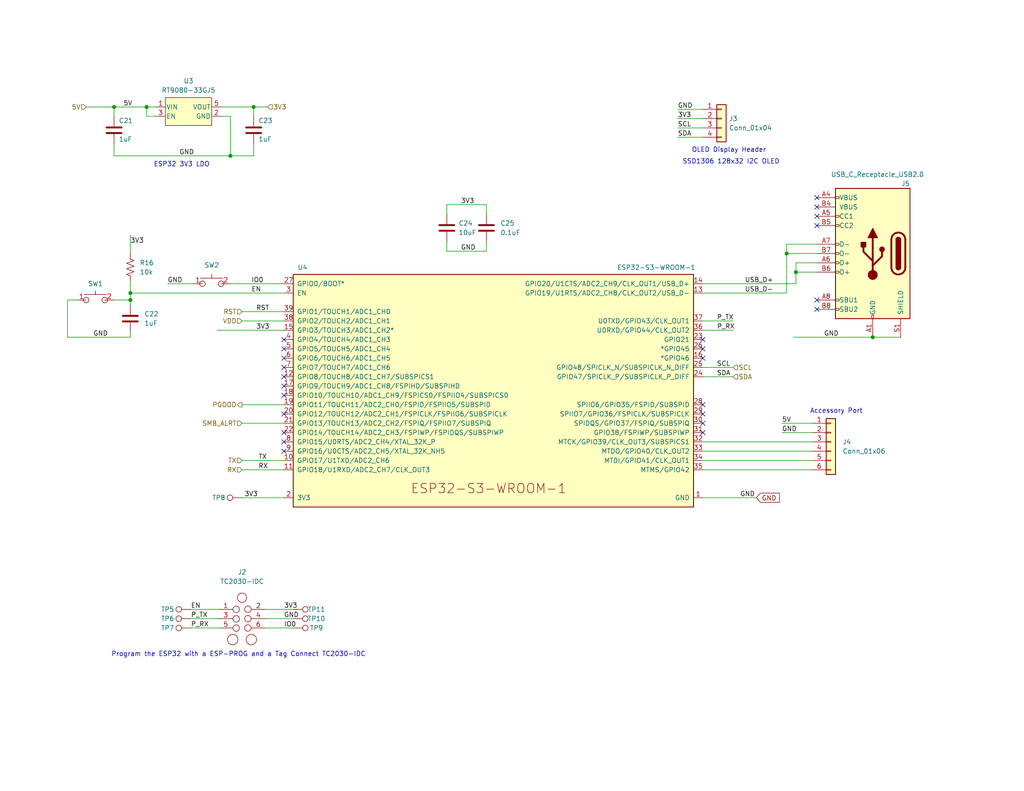
<source format=kicad_sch>
(kicad_sch (version 20250114) (generator "eeschema") (generator_version "9.0")
  (paper "A")
  (title_block (title "bitaxeGamma") (date "2024-09-26") (rev "601"))
  (lib_symbols
    (symbol "Connector:TestPoint" (pin_numbers (hide yes)) (pin_names (offset 0.762) (hide yes))
      (property "Reference" "TP" (at 0 6.858 0))
      (property "Value" "TestPoint" (at 0 5.08 0))
      (symbol "TestPoint_0_1"
        (circle (center 0 3.302) (radius 0.762))
      )
      (symbol "TestPoint_1_1"
        (pin passive line (at 0 0 90) (length 2.54) (name "1") (number "1"))
      )
    )
    (symbol "Connector_Generic:Conn_01x04" (pin_names (offset 1.016) (hide yes))
      (property "Reference" "J" (at 0 5.08 0))
      (property "Value" "Conn_01x04" (at 0 -7.62 0))
      (symbol "Conn_01x04_1_1"
        (rectangle (start -1.27 3.81) (end 1.27 -6.35) (stroke (width 0.254)) (fill (type background)))
        (rectangle (start -1.27 2.667) (end 0 2.413) (stroke (width 0.1524)))
        (rectangle (start -1.27 0.127) (end 0 -0.127) (stroke (width 0.1524)))
        (rectangle (start -1.27 -2.413) (end 0 -2.667) (stroke (width 0.1524)))
        (rectangle (start -1.27 -4.953) (end 0 -5.207) (stroke (width 0.1524)))
        (pin passive line (at -5.08 2.54 0) (length 3.81) (name "Pin_1") (number "1"))
        (pin passive line (at -5.08 0 0) (length 3.81) (name "Pin_2") (number "2"))
        (pin passive line (at -5.08 -2.54 0) (length 3.81) (name "Pin_3") (number "3"))
        (pin passive line (at -5.08 -5.08 0) (length 3.81) (name "Pin_4") (number "4"))
      )
    )
    (symbol "Connector_Generic:Conn_01x06" (pin_names (offset 1.016) (hide yes))
      (property "Reference" "J" (at 0 7.62 0))
      (property "Value" "Conn_01x06" (at 0 -10.16 0))
      (symbol "Conn_01x06_1_1"
        (rectangle (start -1.27 6.35) (end 1.27 -8.89) (stroke (width 0.254)) (fill (type background)))
        (rectangle (start -1.27 5.207) (end 0 4.953) (stroke (width 0.1524)))
        (rectangle (start -1.27 2.667) (end 0 2.413) (stroke (width 0.1524)))
        (rectangle (start -1.27 0.127) (end 0 -0.127) (stroke (width 0.1524)))
        (rectangle (start -1.27 -2.413) (end 0 -2.667) (stroke (width 0.1524)))
        (rectangle (start -1.27 -4.953) (end 0 -5.207) (stroke (width 0.1524)))
        (rectangle (start -1.27 -7.493) (end 0 -7.747) (stroke (width 0.1524)))
        (pin passive line (at -5.08 5.08 0) (length 3.81) (name "Pin_1") (number "1"))
        (pin passive line (at -5.08 2.54 0) (length 3.81) (name "Pin_2") (number "2"))
        (pin passive line (at -5.08 0 0) (length 3.81) (name "Pin_3") (number "3"))
        (pin passive line (at -5.08 -2.54 0) (length 3.81) (name "Pin_4") (number "4"))
        (pin passive line (at -5.08 -5.08 0) (length 3.81) (name "Pin_5") (number "5"))
        (pin passive line (at -5.08 -7.62 0) (length 3.81) (name "Pin_6") (number "6"))
      )
    )
    (symbol "Device:C" (pin_numbers (hide yes)) (pin_names (offset 0.254))
      (property "Reference" "C" (at 0.635 2.54 0))
      (property "Value" "C" (at 0.635 -2.54 0))
      (symbol "C_0_1"
        (polyline (pts (xy -2.032 0.762) (xy 2.032 0.762)) (stroke (width 0.508)))
        (polyline (pts (xy -2.032 -0.762) (xy 2.032 -0.762)) (stroke (width 0.508)))
      )
      (symbol "C_1_1"
        (pin passive line (at 0 3.81 270) (length 2.794) (name "~") (number "1"))
        (pin passive line (at 0 -3.81 90) (length 2.794) (name "~") (number "2"))
      )
    )
    (symbol "Device:R_US" (pin_numbers (hide yes)) (pin_names (offset 0))
      (property "Reference" "R" (at 2.54 0 90))
      (property "Value" "R_US" (at -2.54 0 90))
      (symbol "R_US_0_1"
        (polyline (pts (xy 0 2.286) (xy 0 2.54)))
        (polyline (pts (xy 0 2.286) (xy 1.016 1.905) (xy 0 1.524) (xy -1.016 1.143) (xy 0 0.762)))
        (polyline (pts (xy 0 0.762) (xy 1.016 0.381) (xy 0 0) (xy -1.016 -0.381) (xy 0 -0.762)))
        (polyline (pts (xy 0 -0.762) (xy 1.016 -1.143) (xy 0 -1.524) (xy -1.016 -1.905) (xy 0 -2.286)))
        (polyline (pts (xy 0 -2.286) (xy 0 -2.54)))
      )
      (symbol "R_US_1_1"
        (pin passive line (at 0 3.81 270) (length 1.27) (name "~") (number "1"))
        (pin passive line (at 0 -3.81 90) (length 1.27) (name "~") (number "2"))
      )
    )
    (symbol "bitaxe:ESP32-S3-WROOM-1" (pin_names (offset 1.016))
      (property "Reference" "U12" (at -50.8 34.925 0))
      (property "Value" "ESP32-S3-WROOM-1" (at 45.72 34.925 0))
      (symbol "ESP32-S3-WROOM-1_0_0"
        (rectangle (start -53.34 33.02) (end 55.88 -30.48) (stroke (width 0.254)) (fill (type background)))
        (text "ESP32-S3-WROOM-1" (at 0 -25.4 0) (effects (font (size 2.54 2.54))))
        (pin bidirectional line (at -55.88 30.48 0) (length 2.54) (name "GPIO0/BOOT*") (number "27"))
        (pin input line (at -55.88 27.94 0) (length 2.54) (name "EN") (number "3"))
        (pin bidirectional line (at -55.88 22.86 0) (length 2.54) (name "GPIO1/TOUCH1/ADC1_CH0") (number "39"))
        (pin bidirectional line (at -55.88 20.32 0) (length 2.54) (name "GPIO2/TOUCH2/ADC1_CH1") (number "38"))
        (pin bidirectional line (at -55.88 17.78 0) (length 2.54) (name "GPIO3/TOUCH3/ADC1_CH2*") (number "15"))
        (pin bidirectional line (at -55.88 15.24 0) (length 2.54) (name "GPIO4/TOUCH4/ADC1_CH3") (number "4"))
        (pin bidirectional line (at -55.88 12.7 0) (length 2.54) (name "GPIO5/TOUCH5/ADC1_CH4") (number "5"))
        (pin bidirectional line (at -55.88 10.16 0) (length 2.54) (name "GPIO6/TOUCH6/ADC1_CH5") (number "6"))
        (pin bidirectional line (at -55.88 7.62 0) (length 2.54) (name "GPIO7/TOUCH7/ADC1_CH6") (number "7"))
        (pin bidirectional line (at -55.88 5.08 0) (length 2.54) (name "GPIO8/TOUCH8/ADC1_CH7/SUBSPICS1") (number "12"))
        (pin bidirectional line (at -55.88 2.54 0) (length 2.54) (name "GPIO9/TOUCH9/ADC1_CH8/FSPIHD/SUBSPIHD") (number "17"))
        (pin bidirectional line (at -55.88 0 0) (length 2.54) (name "GPIO10/TOUCH10/ADC1_CH9/FSPICS0/FSPIIO4/SUBSPICS0") (number "18"))
        (pin bidirectional line (at -55.88 -2.54 0) (length 2.54) (name "GPIO11/TOUCH11/ADC2_CH0/FSPID/FSPIIO5/SUBSPID") (number "19"))
        (pin bidirectional line (at -55.88 -5.08 0) (length 2.54) (name "GPIO12/TOUCH12/ADC2_CH1/FSPICLK/FSPIIO6/SUBSPICLK") (number "20"))
        (pin bidirectional line (at -55.88 -7.62 0) (length 2.54) (name "GPIO13/TOUCH13/ADC2_CH2/FSPIQ/FSPIIO7/SUBSPIQ") (number "21"))
        (pin bidirectional line (at -55.88 -10.16 0) (length 2.54) (name "GPIO14/TOUCH14/ADC2_CH3/FSPIWP/FSPIDQS/SUBSPIWP") (number "22"))
        (pin bidirectional line (at -55.88 -12.7 0) (length 2.54) (name "GPIO15/U0RTS/ADC2_CH4/XTAL_32K_P") (number "8"))
        (pin bidirectional line (at -55.88 -15.24 0) (length 2.54) (name "GPIO16/U0CTS/ADC2_CH5/XTAL_32K_NH5") (number "9"))
        (pin bidirectional line (at -55.88 -17.78 0) (length 2.54) (name "GPIO17/U1TXD/ADC2_CH6") (number "10"))
        (pin bidirectional line (at -55.88 -20.32 0) (length 2.54) (name "GPIO18/U1RXD/ADC2_CH7/CLK_OUT3") (number "11"))
        (pin power_in line (at -55.88 -27.94 0) (length 2.54) (name "3V3") (number "2"))
        (pin bidirectional line (at 58.42 30.48 180) (length 2.54) (name "GPIO20/U1CTS/ADC2_CH9/CLK_OUT1/USB_D+") (number "14"))
        (pin bidirectional line (at 58.42 27.94 180) (length 2.54) (name "GPIO19/U1RTS/ADC2_CH8/CLK_OUT2/USB_D-") (number "13"))
        (pin bidirectional line (at 58.42 20.32 180) (length 2.54) (name "U0TXD/GPIO43/CLK_OUT1") (number "37"))
        (pin bidirectional line (at 58.42 17.78 180) (length 2.54) (name "U0RXD/GPIO44/CLK_OUT2") (number "36"))
        (pin bidirectional line (at 58.42 15.24 180) (length 2.54) (name "GPIO21") (number "23"))
        (pin bidirectional line (at 58.42 12.7 180) (length 2.54) (name "*GPIO45") (number "26"))
        (pin bidirectional line (at 58.42 10.16 180) (length 2.54) (name "*GPIO46") (number "16"))
        (pin bidirectional line (at 58.42 7.62 180) (length 2.54) (name "GPIO48/SPICLK_N/SUBSPICLK_N_DIFF") (number "25"))
        (pin bidirectional line (at 58.42 5.08 180) (length 2.54) (name "GPIO47/SPICLK_P/SUBSPICLK_P_DIFF") (number "24"))
        (pin bidirectional line (at 58.42 -2.54 180) (length 2.54) (name "SPIIO6/GPIO35/FSPID/SUBSPID") (number "28"))
        (pin bidirectional line (at 58.42 -5.08 180) (length 2.54) (name "SPIIO7/GPIO36/FSPICLK/SUBSPICLK") (number "29"))
        (pin bidirectional line (at 58.42 -7.62 180) (length 2.54) (name "SPIDQS/GPIO37/FSPIQ/SUBSPIQ") (number "30"))
        (pin bidirectional line (at 58.42 -10.16 180) (length 2.54) (name "GPIO38/FSPIWP/SUBSPIWP") (number "31"))
        (pin bidirectional line (at 58.42 -12.7 180) (length 2.54) (name "MTCK/GPIO39/CLK_OUT3/SUBSPICS1") (number "32"))
        (pin bidirectional line (at 58.42 -15.24 180) (length 2.54) (name "MTDO/GPIO40/CLK_OUT2") (number "33"))
        (pin bidirectional line (at 58.42 -17.78 180) (length 2.54) (name "MTDI/GPIO41/CLK_OUT1") (number "34"))
        (pin bidirectional line (at 58.42 -20.32 180) (length 2.54) (name "MTMS/GPIO42") (number "35"))
        (pin power_in line (at 58.42 -27.94 180) (length 2.54) (name "GND") (number "1"))
        (pin passive line (at 58.42 -27.94 180) (length 2.54) (hide yes) (name "GND") (number "40"))
        (pin passive line (at 58.42 -27.94 180) (length 2.54) (hide yes) (name "GND") (number "41"))
      )
    )
    (symbol "bitaxe:GT-TC029B-H025-L1N"
      (property "Reference" "SW2" (at 0 3.81 0))
      (symbol "GT-TC029B-H025-L1N_0_1"
        (polyline (pts (xy -3.05 1.52) (xy 3.05 1.52)))
        (circle (center -2.54 0) (radius 0.76))
        (polyline (pts (xy 0 1.52) (xy 0 2.54)))
        (circle (center 2.54 0) (radius 0.76))
        (pin unspecified line (at -5.08 0 0) (length 2.54) (name "~") (number "1"))
        (pin unspecified line (at 5.08 0 180) (length 2.54) (name "~") (number "2"))
      )
    )
    (symbol "bitaxe:RT9080-33GJ5" (pin_names (offset 0.254))
      (property "Reference" "U" (at -6.35 5.08 0))
      (property "Value" "RT9080-33GJ5" (at 0 -5.08 0))
      (symbol "RT9080-33GJ5_1_1"
        (rectangle (start -6.35 3.81) (end 6.35 -3.81) (stroke (width 0.1524)) (fill (type background)))
        (pin power_in line (at -8.89 1.27 0) (length 2.54) (name "VIN") (number "1"))
        (pin input line (at -8.89 -1.27 0) (length 2.54) (name "EN") (number "3"))
        (pin no_connect line (at 0 6.35 270) (length 2.54) (hide yes) (name "NC") (number "4"))
        (pin output line (at 8.89 1.27 180) (length 2.54) (name "VOUT") (number "5"))
        (pin power_in line (at 8.89 -1.27 180) (length 2.54) (name "GND") (number "2"))
      )
    )
    (symbol "bitaxe:TC2030-IDC-NL" (pin_names (offset 1.016) (hide yes))
      (property "Reference" "J5" (at 0 12.7 0))
      (property "Value" "TC2030-IDC" (at 0 10.16 0))
      (symbol "TC2030-IDC-NL_0_1"
        (circle (center -2.54 -5.715) (radius 1.4224))
        (circle (center -1.6002 2.54) (radius 0.889))
        (circle (center 0 5.715) (radius 1.27))
      )
      (symbol "TC2030-IDC-NL_1_1"
        (circle (center -1.6002 -0.0508) (radius 0.889))
        (circle (center -1.6002 -2.5908) (radius 0.889))
        (circle (center 1.6002 2.5908) (radius 0.889))
        (circle (center 1.6002 0) (radius 0.889))
        (circle (center 1.6002 -2.54) (radius 0.889))
        (circle (center 2.54 -5.715) (radius 1.4224))
        (pin passive line (at -6.35 2.54 0) (length 3.81) (name "Pin_1") (number "1"))
        (pin passive line (at -6.35 0 0) (length 3.81) (name "Pin_3") (number "3"))
        (pin passive line (at -6.35 -2.54 0) (length 3.81) (name "Pin_5") (number "5"))
        (pin passive line (at 6.35 2.54 180) (length 3.81) (name "Pin_2") (number "2"))
        (pin passive line (at 6.35 0 180) (length 3.81) (name "Pin_4") (number "4"))
        (pin passive line (at 6.35 -2.54 180) (length 3.81) (name "Pin_6") (number "6"))
      )
    )
    (symbol "bitaxe:USB_C_Receptacle_USB2.0" (pin_names (offset 1.016))
      (property "Reference" "J" (at -10.16 19.05 0))
      (property "Value" "USB_C_Receptacle_USB2.0" (at 19.05 19.05 0))
      (symbol "USB_C_Receptacle_USB2.0_0_0"
        (rectangle (start -0.254 -17.78) (end 0.254 -16.764))
        (rectangle (start 10.16 15.494) (end 9.144 14.986))
        (rectangle (start 10.16 10.414) (end 9.144 9.906))
        (rectangle (start 10.16 7.874) (end 9.144 7.366))
        (rectangle (start 10.16 2.794) (end 9.144 2.286))
        (rectangle (start 10.16 0.254) (end 9.144 -0.254))
        (rectangle (start 10.16 -2.286) (end 9.144 -2.794))
        (rectangle (start 10.16 -4.826) (end 9.144 -5.334))
        (rectangle (start 10.16 -12.446) (end 9.144 -12.954))
        (rectangle (start 10.16 -14.986) (end 9.144 -15.494))
      )
      (symbol "USB_C_Receptacle_USB2.0_0_1"
        (rectangle (start -10.16 17.78) (end 10.16 -17.78) (stroke (width 0.254)) (fill (type background)))
        (polyline (pts (xy -8.89 -3.81) (xy -8.89 3.81)) (stroke (width 0.508)))
        (rectangle (start -7.62 -3.81) (end -6.35 3.81) (stroke (width 0.254)) (fill (type outline)))
        (arc (start -7.62 3.81) (mid -6.985 4.4423) (end -6.35 3.81) (stroke (width 0.254)))
        (arc (start -7.62 3.81) (mid -6.985 4.4423) (end -6.35 3.81) (stroke (width 0.254)) (fill (type outline)))
        (arc (start -8.89 3.81) (mid -6.985 5.7067) (end -5.08 3.81) (stroke (width 0.508)))
        (arc (start -5.08 -3.81) (mid -6.985 -5.7067) (end -8.89 -3.81) (stroke (width 0.508)))
        (arc (start -6.35 -3.81) (mid -6.985 -4.4423) (end -7.62 -3.81) (stroke (width 0.254)))
        (arc (start -6.35 -3.81) (mid -6.985 -4.4423) (end -7.62 -3.81) (stroke (width 0.254)) (fill (type outline)))
        (polyline (pts (xy -5.08 3.81) (xy -5.08 -3.81)) (stroke (width 0.508)))
        (circle (center -2.54 1.143) (radius 0.635) (stroke (width 0.254)) (fill (type outline)))
        (polyline (pts (xy -1.27 4.318) (xy 0 6.858) (xy 1.27 4.318) (xy -1.27 4.318)) (stroke (width 0.254)) (fill (type outline)))
        (polyline (pts (xy 0 -2.032) (xy 2.54 0.508) (xy 2.54 1.778)) (stroke (width 0.508)))
        (polyline (pts (xy 0 -3.302) (xy -2.54 -0.762) (xy -2.54 0.508)) (stroke (width 0.508)))
        (polyline (pts (xy 0 -5.842) (xy 0 4.318)) (stroke (width 0.508)))
        (circle (center 0 -5.842) (radius 1.27) (fill (type outline)))
        (rectangle (start 1.905 1.778) (end 3.175 3.048) (stroke (width 0.254)) (fill (type outline)))
      )
      (symbol "USB_C_Receptacle_USB2.0_1_1"
        (pin passive line (at -7.62 -22.86 90) (length 5.08) (name "SHIELD") (number "S1"))
        (pin passive line (at 0 -22.86 90) (length 5.08) (name "GND") (number "A1"))
        (pin passive line (at 0 -22.86 90) (length 5.08) (hide yes) (name "GND") (number "B1"))
        (pin passive line (at 15.24 15.24 180) (length 5.08) (name "VBUS") (number "A4"))
        (pin passive line (at 15.24 12.7 180) (length 5.08) (name "VBUS") (number "B4"))
        (pin bidirectional line (at 15.24 10.16 180) (length 5.08) (name "CC1") (number "A5"))
        (pin bidirectional line (at 15.24 7.62 180) (length 5.08) (name "CC2") (number "B5"))
        (pin bidirectional line (at 15.24 2.54 180) (length 5.08) (name "D-") (number "A7"))
        (pin bidirectional line (at 15.24 0 180) (length 5.08) (name "D-") (number "B7"))
        (pin bidirectional line (at 15.24 -2.54 180) (length 5.08) (name "D+") (number "A6"))
        (pin bidirectional line (at 15.24 -5.08 180) (length 5.08) (name "D+") (number "B6"))
        (pin bidirectional line (at 15.24 -12.7 180) (length 5.08) (name "SBU1") (number "A8"))
        (pin bidirectional line (at 15.24 -15.24 180) (length 5.08) (name "SBU2") (number "B8"))
      )
    )
  )
  (text "Accessory Port" (at 220.98 113.03 0) (effects (font (size 1.27 1.27)) (justify left bottom)))
  (text "ESP32 3V3 LDO" (at 41.91 45.72 0) (effects (font (size 1.27 1.27)) (justify left bottom)))
  (text "Program the ESP32 with a ESP-PROG and a Tag Connect TC2030-IDC" (at 30.353 179.451 0) (effects (font (size 1.27 1.27)) (justify left bottom)))
  (text "SSD1306 128x32 I2C OLED" (at 186.182 44.958 0) (effects (font (size 1.27 1.27)) (justify left bottom)))
  (text "OLED Display Header" (at 188.722 41.783 0) (effects (font (size 1.27 1.27)) (justify left bottom)))
  (junction (at 214.63 69.215))
  (junction (at 238.125 92.075))
  (junction (at 62.865 42.545))
  (junction (at 217.17 74.295))
  (junction (at 40.005 29.21))
  (junction (at 35.56 80.01))
  (junction (at 35.56 81.915))
  (junction (at 69.215 29.21))
  (junction (at 31.115 29.21))
  (no_connect (at 222.885 81.915))
  (no_connect (at 77.47 95.25))
  (no_connect (at 77.47 107.95))
  (no_connect (at 191.77 110.49))
  (no_connect (at 77.47 100.33))
  (no_connect (at 191.77 97.79))
  (no_connect (at 191.77 95.25))
  (no_connect (at 77.47 113.03))
  (no_connect (at 222.885 53.975))
  (no_connect (at 222.885 56.515))
  (no_connect (at 77.47 97.79))
  (no_connect (at 77.47 120.65))
  (no_connect (at 77.47 105.41))
  (no_connect (at 77.47 123.19))
  (no_connect (at 77.47 102.87))
  (no_connect (at 222.885 59.055))
  (no_connect (at 191.77 115.57))
  (no_connect (at 77.47 92.71))
  (no_connect (at 191.77 113.03))
  (no_connect (at 191.77 92.71))
  (no_connect (at 77.47 118.11))
  (no_connect (at 191.77 118.11))
  (no_connect (at 222.885 84.455))
  (no_connect (at 222.885 61.595))
  (wire (pts (xy 121.92 55.88) (xy 121.92 58.42)))
  (wire (pts (xy 191.77 128.27) (xy 221.615 128.27)))
  (wire (pts (xy 31.115 29.21) (xy 31.115 31.75)))
  (wire (pts (xy 216.535 92.075) (xy 238.125 92.075)))
  (wire (pts (xy 35.56 80.01) (xy 35.56 81.915)))
  (wire (pts (xy 213.36 115.57) (xy 221.615 115.57)))
  (wire (pts (xy 60.325 31.75) (xy 62.865 31.75)))
  (wire (pts (xy 72.39 168.91) (xy 80.01 168.91)))
  (wire (pts (xy 69.215 39.37) (xy 69.215 42.545)))
  (wire (pts (xy 66.04 110.49) (xy 77.47 110.49)))
  (wire (pts (xy 132.715 68.58) (xy 121.92 68.58)))
  (wire (pts (xy 238.125 92.075) (xy 245.745 92.075)))
  (wire (pts (xy 62.865 31.75) (xy 62.865 42.545)))
  (wire (pts (xy 35.56 76.835) (xy 35.56 80.01)))
  (wire (pts (xy 72.39 166.37) (xy 80.01 166.37)))
  (wire (pts (xy 69.215 29.21) (xy 69.215 31.75)))
  (wire (pts (xy 77.47 125.73) (xy 66.04 125.73)))
  (wire (pts (xy 132.715 66.04) (xy 132.715 68.58)))
  (wire (pts (xy 40.005 29.21) (xy 42.545 29.21)))
  (wire (pts (xy 191.77 125.73) (xy 221.615 125.73)))
  (wire (pts (xy 18.415 81.915) (xy 18.415 92.075)))
  (wire (pts (xy 77.47 85.09) (xy 66.04 85.09)))
  (wire (pts (xy 45.72 77.47) (xy 52.705 77.47)))
  (wire (pts (xy 214.63 69.215) (xy 214.63 80.01)))
  (wire (pts (xy 31.115 81.915) (xy 35.56 81.915)))
  (wire (pts (xy 23.495 29.21) (xy 31.115 29.21)))
  (wire (pts (xy 18.415 92.075) (xy 35.56 92.075)))
  (wire (pts (xy 72.39 171.45) (xy 80.01 171.45)))
  (wire (pts (xy 217.17 74.295) (xy 222.885 74.295)))
  (wire (pts (xy 213.36 118.11) (xy 221.615 118.11)))
  (wire (pts (xy 184.912 29.845) (xy 191.77 29.845)))
  (wire (pts (xy 35.56 81.915) (xy 35.56 83.185)))
  (wire (pts (xy 191.77 90.17) (xy 200.025 90.17)))
  (wire (pts (xy 35.56 80.01) (xy 77.47 80.01)))
  (wire (pts (xy 222.885 66.675) (xy 214.63 66.675)))
  (wire (pts (xy 77.47 128.27) (xy 66.04 128.27)))
  (wire (pts (xy 214.63 69.215) (xy 222.885 69.215)))
  (wire (pts (xy 52.07 171.45) (xy 59.69 171.45)))
  (wire (pts (xy 191.77 102.87) (xy 200.025 102.87)))
  (wire (pts (xy 69.215 29.21) (xy 73.025 29.21)))
  (wire (pts (xy 31.115 29.21) (xy 40.005 29.21)))
  (wire (pts (xy 184.912 34.925) (xy 191.77 34.925)))
  (wire (pts (xy 191.77 135.89) (xy 206.375 135.89)))
  (wire (pts (xy 52.07 168.91) (xy 59.69 168.91)))
  (wire (pts (xy 31.115 42.545) (xy 31.115 39.37)))
  (wire (pts (xy 66.04 87.63) (xy 77.47 87.63)))
  (wire (pts (xy 35.56 90.805) (xy 35.56 92.075)))
  (wire (pts (xy 121.92 68.58) (xy 121.92 66.04)))
  (wire (pts (xy 59.182 90.17) (xy 77.47 90.17)))
  (wire (pts (xy 62.865 77.47) (xy 77.47 77.47)))
  (wire (pts (xy 191.77 120.65) (xy 221.615 120.65)))
  (wire (pts (xy 42.545 31.75) (xy 40.005 31.75)))
  (wire (pts (xy 52.07 166.37) (xy 59.69 166.37)))
  (wire (pts (xy 191.77 77.47) (xy 217.17 77.47)))
  (wire (pts (xy 191.77 100.33) (xy 200.025 100.33)))
  (wire (pts (xy 217.17 74.295) (xy 217.17 71.755)))
  (wire (pts (xy 20.955 81.915) (xy 18.415 81.915)))
  (wire (pts (xy 66.04 115.57) (xy 77.47 115.57)))
  (wire (pts (xy 217.17 77.47) (xy 217.17 74.295)))
  (wire (pts (xy 191.77 87.63) (xy 200.025 87.63)))
  (wire (pts (xy 40.005 31.75) (xy 40.005 29.21)))
  (wire (pts (xy 191.77 123.19) (xy 221.615 123.19)))
  (wire (pts (xy 132.715 55.88) (xy 121.92 55.88)))
  (wire (pts (xy 217.17 71.755) (xy 222.885 71.755)))
  (wire (pts (xy 191.77 80.01) (xy 214.63 80.01)))
  (wire (pts (xy 66.04 135.89) (xy 77.47 135.89)))
  (wire (pts (xy 184.912 37.465) (xy 191.77 37.465)))
  (wire (pts (xy 132.715 58.42) (xy 132.715 55.88)))
  (wire (pts (xy 184.912 32.385) (xy 191.77 32.385)))
  (wire (pts (xy 69.215 42.545) (xy 62.865 42.545)))
  (wire (pts (xy 35.56 64.135) (xy 35.56 69.215)))
  (wire (pts (xy 60.325 29.21) (xy 69.215 29.21)))
  (wire (pts (xy 214.63 66.675) (xy 214.63 69.215)))
  (wire (pts (xy 62.865 42.545) (xy 31.115 42.545)))
  (label "P_RX" (at 52.07 171.45 0))
  (label "RST" (at 69.85 85.09 0))
  (label "P_TX" (at 52.07 168.91 0))
  (label "EN" (at 52.07 166.37 0))
  (label "GND" (at 184.912 29.845 0))
  (label "5V" (at 213.36 115.57 0))
  (label "GND" (at 224.79 92.075 0))
  (label "EN" (at 68.58 80.01 0))
  (label "P_RX" (at 195.58 90.17 0))
  (label "IO0" (at 68.58 77.47 0))
  (label "GND" (at 125.73 68.58 0))
  (label "3V3" (at 66.675 135.89 0))
  (label "USB_D-" (at 203.2 80.01 0))
  (label "SDA" (at 195.58 102.87 0))
  (label "TX" (at 70.485 125.73 0))
  (label "3V3" (at 77.47 166.37 0))
  (label "3V3" (at 69.85 90.17 0))
  (label "IO0" (at 77.47 171.45 0))
  (label "SCL" (at 195.58 100.33 0))
  (label "SCL" (at 184.912 34.925 0))
  (label "GND" (at 213.36 118.11 0))
  (label "GND" (at 201.93 135.89 0))
  (label "GND" (at 45.72 77.47 0))
  (label "SDA" (at 184.912 37.465 0))
  (label "3V3" (at 125.73 55.88 0))
  (label "P_TX" (at 195.58 87.63 0))
  (label "3V3" (at 184.912 32.385 0))
  (label "GND" (at 25.4 92.075 0))
  (label "5V" (at 33.655 29.21 0))
  (label "USB_D+" (at 203.2 77.47 0))
  (label "GND" (at 77.47 168.91 0))
  (label "GND" (at 48.895 42.545 0))
  (label "3V3" (at 35.56 66.675 0))
  (label "RX" (at 70.485 128.27 0))
  (global_label "GND" (shape input) (at 206.375 135.89 0) (property "Intersheetrefs" "${INTERSHEET_REFS}" (effects (hide yes))))
  (hierarchical_label "TX" (shape input) (at 66.04 125.73 180))
  (hierarchical_label "RX" (shape input) (at 66.04 128.27 180))
  (hierarchical_label "3V3" (shape input) (at 73.025 29.21 0))
  (hierarchical_label "SCL" (shape input) (at 200.025 100.33 0))
  (hierarchical_label "RST" (shape input) (at 66.04 85.09 180))
  (hierarchical_label "SDA" (shape input) (at 200.025 102.87 0))
  (hierarchical_label "PGOOD" (shape output) (at 66.04 110.49 180))
  (hierarchical_label "SMB_ALRT" (shape input) (at 66.04 115.57 180))
  (hierarchical_label "5V" (shape input) (at 23.495 29.21 180))
  (hierarchical_label "VDD" (shape input) (at 66.04 87.63 180))
  (symbol (lib_id "Device:C") (at 35.56 86.995 0) (unit 1)
    (property "Reference" "C22" (at 39.37 85.7249 0) (effects (justify left)))
    (property "Value" "1uF" (at 39.37 88.2649 0) (effects (justify left)))
    (property "Footprint" "Capacitor_SMD:C_0402_1005Metric" (effects (hide yes)))
    (property "DK" "587-5514-1-ND" (effects (hide yes)))
    (property "PARTNO" "EMK105BJ105MV-F" (effects (hide yes)))
  )
  (symbol (lib_id "Connector_Generic:Conn_01x06") (at 226.695 120.65 0) (unit 1) (in_bom no)
    (property "Reference" "J4" (at 229.87 120.65 0) (effects (justify left)))
    (property "Value" "Conn_01x06" (at 229.87 123.19 0) (effects (justify left)))
    (property "Footprint" "Connector_PinHeader_2.54mm:PinHeader_1x06_P2.54mm_Vertical" (effects (hide yes)))
  )
  (symbol (lib_id "Device:C") (at 132.715 62.23 0) (unit 1)
    (property "Reference" "C25" (at 136.525 60.9599 0) (effects (justify left)))
    (property "Value" "0.1uF" (at 136.525 63.4999 0) (effects (justify left)))
    (property "Footprint" "Capacitor_SMD:C_0402_1005Metric" (effects (hide yes)))
    (property "DK" "1276-1234-1-ND" (effects (hide yes)))
    (property "PARTNO" "CL05A104KO5NNNC" (effects (hide yes)))
  )
  (symbol (lib_id "Connector_Generic:Conn_01x04") (at 196.85 32.385 0) (unit 1) (in_bom no)
    (property "Reference" "J3" (at 198.882 32.3849 0) (effects (justify left)))
    (property "Value" "Conn_01x04" (at 198.882 34.9249 0) (effects (justify left)))
    (property "Footprint" "bitaxe:PinHeader_1x04_P2.54mm_Vertical_shifted" (effects (hide yes)))
  )
  (symbol (lib_id "bitaxe:GT-TC029B-H025-L1N") (at 57.785 77.47 0) (unit 1)
    (property "Reference" "SW2" (at 57.785 72.39 0))
    (property "Value" "GT-TC029B-H025-L1N" (effects (hide yes)))
    (property "Footprint" "bitaxe:SW_CS1213AGF260_CRS" (effects (hide yes)))
    (property "Datasheet" "https://www.citrelay.com/Catalog%20Pages/SwitchCatalog/CS1213.pdf" (effects (hide yes)))
    (property "DK" "2449-CS1213AGF260CT-ND" (effects (hide yes)))
    (property "PARTNO" "CS1213AGF260" (effects (hide yes)))
  )
  (symbol (lib_id "bitaxe:RT9080-33GJ5") (at 51.435 30.48 0) (unit 1)
    (property "Reference" "U3" (at 51.435 22.098 0))
    (property "Value" "RT9080-33GJ5" (at 51.435 24.638 0))
    (property "Footprint" "bitaxe:RT9080-33GJ5" (effects (hide yes)))
    (property "Datasheet" "https://www.richtek.com/assets/product_file/RT9080/DS9080-05.pdf" (effects (hide yes)))
    (property "DK" "1028-1509-1-ND" (effects (hide yes)))
    (property "PARTNO" "RT9080-33GJ5" (effects (hide yes)))
  )
  (symbol (lib_id "Connector:TestPoint") (at 52.07 168.91 90) (mirror x) (unit 1) (in_bom no)
    (property "Reference" "TP6" (at 45.72 168.91 90))
    (property "Value" "TestPoint" (effects (hide yes)))
    (property "Footprint" "TestPoint:TestPoint_Pad_D1.5mm" (effects (hide yes)))
  )
  (symbol (lib_id "Connector:TestPoint") (at 80.01 171.45 270) (mirror x) (unit 1) (in_bom no)
    (property "Reference" "TP9" (at 86.36 171.45 90))
    (property "Value" "TestPoint" (effects (hide yes)))
    (property "Footprint" "TestPoint:TestPoint_Pad_D1.5mm" (effects (hide yes)))
  )
  (symbol (lib_id "Device:R_US") (at 35.56 73.025 0) (unit 1)
    (property "Reference" "R16" (at 38.1 71.7549 0) (effects (justify left)))
    (property "Value" "10k" (at 38.1 74.2949 0) (effects (justify left)))
    (property "Footprint" "Resistor_SMD:R_0402_1005Metric" (effects (hide yes)))
    (property "DK" "311-10KJRCT-ND" (effects (hide yes)))
    (property "PARTNO" "RC0402JR-0710KL" (effects (hide yes)))
  )
  (symbol (lib_id "Connector:TestPoint") (at 80.01 166.37 270) (mirror x) (unit 1) (in_bom no)
    (property "Reference" "TP11" (at 86.36 166.37 90))
    (property "Value" "TestPoint" (effects (hide yes)))
    (property "Footprint" "TestPoint:TestPoint_Pad_D1.5mm" (effects (hide yes)))
  )
  (symbol (lib_id "bitaxe:TC2030-IDC-NL") (at 66.04 168.91 0) (unit 1) (in_bom no)
    (property "Reference" "J2" (at 66.04 156.21 0))
    (property "Value" "TC2030-IDC" (at 66.04 158.75 0))
    (property "Footprint" "bitaxe:Tag-Connect_TC2030-IDC-NL_2x03_P1.27mm_Vertical" (effects (hide yes)))
  )
  (symbol (lib_id "Device:C") (at 69.215 35.56 0) (unit 1)
    (property "Reference" "C23" (at 70.485 33.655 0) (effects (justify left bottom)))
    (property "Value" "1uF" (at 70.485 38.735 0) (effects (justify left bottom)))
    (property "Footprint" "Capacitor_SMD:C_0402_1005Metric" (effects (hide yes)))
    (property "DK" "587-5514-1-ND" (effects (hide yes)))
    (property "PARTNO" "EMK105BJ105MV-F" (effects (hide yes)))
  )
  (symbol (lib_id "Device:C") (at 121.92 62.23 0) (unit 1)
    (property "Reference" "C24" (at 125.095 60.9599 0) (effects (justify left)))
    (property "Value" "10uF" (at 125.095 63.4999 0) (effects (justify left)))
    (property "Footprint" "Capacitor_SMD:C_0805_2012Metric" (effects (hide yes)))
    (property "DK" "1276-1096-1-ND" (effects (hide yes)))
    (property "PARTNO" "CL21A106KOQNNNE" (effects (hide yes)))
  )
  (symbol (lib_id "Connector:TestPoint") (at 80.01 168.91 270) (mirror x) (unit 1) (in_bom no)
    (property "Reference" "TP10" (at 86.36 168.91 90))
    (property "Value" "TestPoint" (effects (hide yes)))
    (property "Footprint" "TestPoint:TestPoint_Pad_D1.5mm" (effects (hide yes)))
  )
  (symbol (lib_id "bitaxe:USB_C_Receptacle_USB2.0") (at 238.125 69.215 0) (mirror y) (unit 1)
    (property "Reference" "J5" (at 248.285 50.165 0) (effects (justify left)))
    (property "Value" "USB_C_Receptacle_USB2.0" (at 226.695 47.625 0) (effects (justify right)))
    (property "Footprint" "bitaxe:USB_C_Receptacle_GCT_USB4105-xx-A" (effects (hide yes)))
    (property "Datasheet" "https://www.usb.org/sites/default/files/documents/usb_type-c.zip" (effects (hide yes)))
    (property "DK" "2073-USB4105-GF-ACT-ND" (effects (hide yes)))
    (property "PARTNO" "USB4105-GF-A" (effects (hide yes)))
  )
  (symbol (lib_id "Connector:TestPoint") (at 66.04 135.89 90) (mirror x) (unit 1) (in_bom no)
    (property "Reference" "TP8" (at 59.69 135.89 90))
    (property "Value" "TestPoint" (effects (hide yes)))
    (property "Footprint" "TestPoint:TestPoint_Pad_D1.5mm" (effects (hide yes)))
  )
  (symbol (lib_id "Connector:TestPoint") (at 52.07 166.37 90) (mirror x) (unit 1) (in_bom no)
    (property "Reference" "TP5" (at 45.72 166.37 90))
    (property "Value" "TestPoint" (effects (hide yes)))
    (property "Footprint" "TestPoint:TestPoint_Pad_D1.5mm" (effects (hide yes)))
  )
  (symbol (lib_id "Connector:TestPoint") (at 52.07 171.45 90) (mirror x) (unit 1) (in_bom no)
    (property "Reference" "TP7" (at 45.72 171.45 90))
    (property "Value" "TestPoint" (effects (hide yes)))
    (property "Footprint" "TestPoint:TestPoint_Pad_D1.5mm" (effects (hide yes)))
  )
  (symbol (lib_id "Device:C") (at 31.115 35.56 0) (unit 1)
    (property "Reference" "C21" (at 32.385 33.655 0) (effects (justify left bottom)))
    (property "Value" "1uF" (at 32.385 38.735 0) (effects (justify left bottom)))
    (property "Footprint" "Capacitor_SMD:C_0402_1005Metric" (effects (hide yes)))
    (property "DK" "587-5514-1-ND" (effects (hide yes)))
    (property "PARTNO" "EMK105BJ105MV-F" (effects (hide yes)))
  )
  (symbol (lib_id "bitaxe:ESP32-S3-WROOM-1") (at 133.35 107.95 0) (unit 1)
    (property "Reference" "U4" (at 82.55 73.025 0))
    (property "Value" "ESP32-S3-WROOM-1" (at 179.07 73.025 0))
    (property "Footprint" "bitaxe:ESP32-S3-WROOM-1" (effects (hide yes)))
    (property "Datasheet" "https://www.espressif.com/sites/default/files/documentation/esp32-s3-wroom-1_wroom-1u_datasheet_en.pdf" (effects (hide yes)))
    (property "DK" "1965-ESP32-S3-WROOM-1-N16R8CT-ND" (effects (hide yes)))
    (property "PARTNO" "ESP32-S3-WROOM-1-N16R8" (effects (hide yes)))
  )
  (symbol (lib_id "bitaxe:GT-TC029B-H025-L1N") (at 26.035 81.915 0) (unit 1)
    (property "Reference" "SW1" (at 26.035 77.47 0))
    (property "Value" "GT-TC029B-H025-L1N" (effects (hide yes)))
    (property "Footprint" "bitaxe:SW_CS1213AGF260_CRS" (effects (hide yes)))
    (property "Datasheet" "https://www.citrelay.com/Catalog%20Pages/SwitchCatalog/CS1213.pdf" (effects (hide yes)))
    (property "DK" "2449-CS1213AGF260CT-ND" (effects (hide yes)))
    (property "PARTNO" "CS1213AGF260" (effects (hide yes)))
  )
)
</source>
